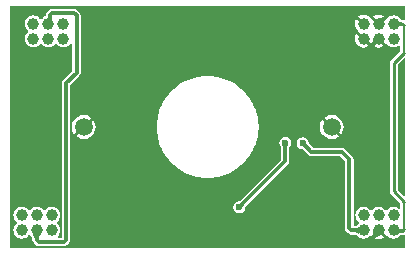
<source format=gbl>
G04*
G04 #@! TF.GenerationSoftware,Altium Limited,Altium Designer,20.1.8 (145)*
G04*
G04 Layer_Physical_Order=2*
G04 Layer_Color=16711680*
%FSTAX43Y43*%
%MOMM*%
G71*
G04*
G04 #@! TF.SameCoordinates,E683AD83-98AB-4380-AA0D-37E4A2E561CE*
G04*
G04*
G04 #@! TF.FilePolarity,Positive*
G04*
G01*
G75*
%ADD11C,0.250*%
%ADD13C,0.200*%
%ADD38C,0.300*%
%ADD39C,1.000*%
%ADD40C,1.500*%
%ADD41C,0.600*%
%ADD42C,0.700*%
G36*
X012219Y0106655D02*
X0122063Y0106587D01*
X0122028Y010661D01*
X0121901Y0106635D01*
X0121858D01*
X0121852Y0106636D01*
X0121834Y0106639D01*
X0121821Y0106642D01*
X0121813Y0106645D01*
X0121811Y0106646D01*
X0121806Y0106657D01*
X0121694Y0106803D01*
X0121548Y0106915D01*
X0121378Y0106986D01*
X0121195Y010701D01*
X0121012Y0106986D01*
X0120842Y0106915D01*
X0120696Y0106803D01*
X0120674Y0106775D01*
X012053D01*
X0120551Y0106753D01*
X0120521Y0106721D01*
X0120495Y0106687D01*
X0120472Y0106652D01*
X0120453Y0106615D01*
X0120438Y0106577D01*
X0120427Y0106538D01*
X012042Y0106498D01*
X0120416Y0106457D01*
X0120417Y0106414D01*
X0120421Y010637D01*
X0119991Y01068D01*
X0120035Y0106796D01*
X0120078Y0106795D01*
X0120119Y0106799D01*
X0120159Y0106806D01*
X0120198Y0106817D01*
X0120236Y0106832D01*
X0120273Y0106851D01*
X0120308Y0106874D01*
X0120342Y01069D01*
X0120362Y0106919D01*
X0120305Y0106963D01*
X0120122Y0107039D01*
X0119925Y0107065D01*
X0119728Y0107039D01*
X0119545Y0106963D01*
X0119489Y010692D01*
X0120015Y0106394D01*
X0119835Y0106214D01*
X0119252Y0106798D01*
X0119227D01*
X0119193Y0106842D01*
X0119035Y0106963D01*
X0118852Y0107039D01*
X0118655Y0107065D01*
X0118458Y0107039D01*
X0118275Y0106963D01*
X0118219Y010692D01*
X0118745Y0106394D01*
X0118565Y0106214D01*
X0118039Y010674D01*
X0117996Y0106684D01*
X011792Y0106501D01*
X0117894Y0106304D01*
X011792Y0106107D01*
X0117996Y0105924D01*
X0118117Y0105766D01*
X0118161Y0105732D01*
Y0105707D01*
X0118745Y0105124D01*
X0119328Y010454D01*
X0119343D01*
X0119299Y0104585D01*
X0119329Y0104617D01*
X0119355Y0104651D01*
X0119378Y0104686D01*
X0119397Y0104723D01*
X0119412Y0104761D01*
X0119423Y01048D01*
X011943Y010484D01*
X0119434Y0104881D01*
X0119433Y0104924D01*
X0119429Y0104968D01*
X0119859Y0104538D01*
X0119815Y0104542D01*
X0119772Y0104543D01*
X0119731Y0104539D01*
X0119691Y0104532D01*
X0119652Y0104521D01*
X0119614Y0104506D01*
X0119577Y0104487D01*
X0119542Y0104464D01*
X0119508Y0104438D01*
X0119488Y0104419D01*
X0119545Y0104375D01*
X0119728Y0104299D01*
X0119925Y0104273D01*
X0120122Y0104299D01*
X0120305Y0104375D01*
X0120361Y0104418D01*
X0119835Y0104944D01*
X0120015Y0105124D01*
X0120576Y0104563D01*
X0120674D01*
X0120696Y0104535D01*
X0120842Y0104423D01*
X0121012Y0104352D01*
X0121195Y0104328D01*
X0121378Y0104352D01*
X0121548Y0104423D01*
X0121616Y0104475D01*
X0121743Y0104412D01*
Y0104017D01*
X0120961Y0103234D01*
X0120889Y0103127D01*
X0120864Y0103D01*
Y0092108D01*
X0120889Y0091981D01*
X0120961Y0091874D01*
X0121764Y009107D01*
Y009068D01*
X0121637Y0090617D01*
X0121548Y0090685D01*
X0121378Y0090756D01*
X0121195Y009078D01*
X0121012Y0090756D01*
X0120842Y0090685D01*
X0120696Y0090573D01*
X0120639Y0090499D01*
X0120481D01*
X0120424Y0090573D01*
X0120278Y0090685D01*
X0120108Y0090756D01*
X0119925Y009078D01*
X0119742Y0090756D01*
X0119572Y0090685D01*
X0119426Y0090573D01*
X0119369Y0090499D01*
X0119211D01*
X0119154Y0090573D01*
X0119008Y0090685D01*
X0118838Y0090756D01*
X0118655Y009078D01*
X0118472Y0090756D01*
X0118302Y0090685D01*
X0118156Y0090573D01*
X0118044Y0090427D01*
X0117973Y0090257D01*
X0117949Y0090074D01*
X0117973Y0089891D01*
X0118044Y0089721D01*
X0118156Y0089575D01*
X011823Y0089518D01*
Y008936D01*
X0118156Y0089303D01*
X0118147Y0089292D01*
X0118122Y0089267D01*
X0118092Y0089242D01*
X0118063Y008922D01*
X0118034Y0089203D01*
X0118007Y0089188D01*
X0117981Y0089177D01*
X0117955Y0089169D01*
X011793Y0089163D01*
X0117806Y0089205D01*
Y0094809D01*
X0117779Y0094946D01*
X0117701Y0095061D01*
X0117056Y0095706D01*
X0116941Y0095784D01*
X0116804Y0095811D01*
X0114372D01*
X0114022Y009616D01*
X0114018Y0096165D01*
X011401Y0096177D01*
X0114009Y0096179D01*
X0114009Y0096179D01*
X011397Y0096374D01*
X0113859Y0096539D01*
X0113694Y009665D01*
X0113499Y0096689D01*
X0113304Y009665D01*
X0113139Y0096539D01*
X0113028Y0096374D01*
X0112989Y0096179D01*
X0113028Y0095984D01*
X0113139Y0095819D01*
X0113304Y0095708D01*
X0113499Y0095669D01*
X0113499Y0095669D01*
X0113501Y0095668D01*
X0113511Y0095661D01*
X0113521Y0095653D01*
X0113972Y0095202D01*
X0114087Y0095124D01*
X0114224Y0095097D01*
X0116656D01*
X0117092Y0094661D01*
Y008898D01*
X0117119Y0088843D01*
X0117197Y0088727D01*
X0117372Y0088552D01*
X0117488Y0088474D01*
X0117625Y0088447D01*
X0117916D01*
X011793Y0088445D01*
X0117955Y0088439D01*
X0117981Y0088431D01*
X0118007Y008842D01*
X0118034Y0088405D01*
X0118063Y0088388D01*
X0118092Y0088366D01*
X0118122Y0088341D01*
X0118147Y0088316D01*
X0118156Y0088305D01*
X0118302Y0088193D01*
X0118472Y0088122D01*
X0118655Y0088098D01*
X0118838Y0088122D01*
X0119008Y0088193D01*
X0119154Y0088305D01*
X0119176Y0088333D01*
X0119336D01*
X0119341Y0088327D01*
X0119365Y008836D01*
X0119386Y0088398D01*
X0119403Y0088439D01*
X0119417Y0088482D01*
X0119426Y0088529D01*
X0119432Y0088579D01*
X0119435Y0088632D01*
X0119433Y0088688D01*
X0119428Y0088747D01*
X0119972Y0088306D01*
X0119909Y0088299D01*
X0119794Y0088278D01*
X0119742Y0088264D01*
X0119694Y0088248D01*
X0119649Y008823D01*
X0119608Y008821D01*
X0119571Y0088187D01*
X0119537Y0088163D01*
X011953Y0088156D01*
X0119545Y0088145D01*
X0119728Y0088069D01*
X0119925Y0088043D01*
X0120122Y0088069D01*
X0120305Y0088145D01*
X0120361Y0088188D01*
X0119835Y0088714D01*
X0120015Y0088894D01*
X0120576Y0088333D01*
X0120674D01*
X0120696Y0088305D01*
X0120842Y0088193D01*
X0121012Y0088122D01*
X0121195Y0088098D01*
X0121378Y0088122D01*
X0121548Y0088193D01*
X0121694Y0088305D01*
X012173Y0088351D01*
X012174Y0088359D01*
X0121756Y0088376D01*
X0121765Y0088385D01*
X0121775Y0088392D01*
X0121787Y0088399D01*
X0121801Y0088406D01*
X0121818Y0088412D01*
X0121839Y0088417D01*
X0121864Y0088421D01*
X0121877Y0088423D01*
X0121924D01*
X012205Y0088448D01*
X0122063Y0088456D01*
X012219Y0088388D01*
Y0087313D01*
X0088708D01*
Y0107795D01*
X012219D01*
Y0106655D01*
D02*
G37*
G36*
X0121647Y0106522D02*
X0121664Y0106503D01*
X0121684Y0106486D01*
X0121707Y0106471D01*
X0121732Y0106458D01*
X012176Y0106447D01*
X0121791Y0106439D01*
X0121825Y0106434D01*
X0121862Y010643D01*
X0121901Y0106429D01*
Y0106179D01*
X0121862Y0106178D01*
X0121825Y0106174D01*
X0121791Y0106169D01*
X012176Y0106161D01*
X0121732Y010615D01*
X0121707Y0106137D01*
X0121684Y0106122D01*
X0121664Y0106105D01*
X0121647Y0106086D01*
X0121633Y0106064D01*
Y0106544D01*
X0121647Y0106522D01*
D02*
G37*
G36*
X01138Y0096159D02*
X0113803Y0096141D01*
X0113809Y0096123D01*
X0113817Y0096103D01*
X0113828Y0096084D01*
X0113841Y0096063D01*
X0113856Y0096042D01*
X0113874Y009602D01*
X0113916Y0095974D01*
X0113704Y0095762D01*
X0113681Y0095784D01*
X0113636Y0095822D01*
X0113615Y0095837D01*
X0113594Y009585D01*
X0113575Y0095861D01*
X0113555Y0095869D01*
X0113537Y0095875D01*
X0113519Y0095878D01*
X0113502Y0095879D01*
X0113799Y0096176D01*
X01138Y0096159D01*
D02*
G37*
G36*
X012219Y010336D02*
Y0091748D01*
X0122073Y0091699D01*
X0121526Y0092245D01*
Y0102863D01*
X0122073Y0103409D01*
X012219Y010336D01*
D02*
G37*
G36*
X0121658Y0089001D02*
X0121677Y0088976D01*
X0121699Y0088953D01*
X0121723Y0088933D01*
X012175Y0088917D01*
X0121779Y0088903D01*
X0121812Y0088893D01*
X0121846Y0088885D01*
X0121884Y0088881D01*
X0121924Y0088879D01*
Y0088629D01*
X0121879Y0088628D01*
X0121837Y0088624D01*
X0121797Y0088617D01*
X012176Y0088607D01*
X0121725Y0088595D01*
X0121692Y008858D01*
X0121662Y0088563D01*
X0121635Y0088542D01*
X012161Y0088519D01*
X0121587Y0088494D01*
X0121641Y008903D01*
X0121658Y0089001D01*
D02*
G37*
G36*
X0118298Y0088454D02*
X0118258Y0088492D01*
X0118218Y0088526D01*
X0118178Y0088556D01*
X0118137Y0088582D01*
X0118095Y0088604D01*
X0118053Y0088622D01*
X011801Y0088636D01*
X0117966Y0088646D01*
X0117923Y0088652D01*
X0117878Y0088654D01*
Y0088954D01*
X0117923Y0088956D01*
X0117966Y0088962D01*
X011801Y0088972D01*
X0118053Y0088986D01*
X0118095Y0089004D01*
X0118137Y0089026D01*
X0118178Y0089052D01*
X0118218Y0089082D01*
X0118258Y0089116D01*
X0118298Y0089154D01*
Y0088454D01*
D02*
G37*
%LPC*%
G36*
X0094173Y010754D02*
X0092268D01*
X0092131Y0107513D01*
X0092016Y0107436D01*
X009184Y010726D01*
X0091763Y0107144D01*
X0091735Y0107008D01*
Y0106965D01*
X0091735Y0106963D01*
X009162Y0106915D01*
X0091474Y0106803D01*
X0091417Y0106729D01*
X0091259D01*
X0091202Y0106803D01*
X0091056Y0106915D01*
X0090886Y0106986D01*
X0090703Y010701D01*
X009052Y0106986D01*
X009035Y0106915D01*
X0090204Y0106803D01*
X0090092Y0106657D01*
X0090021Y0106487D01*
X0089997Y0106304D01*
X0090021Y0106121D01*
X0090092Y0105951D01*
X0090204Y0105805D01*
X0090278Y0105748D01*
Y010559D01*
X0090204Y0105533D01*
X0090092Y0105387D01*
X0090021Y0105217D01*
X0089997Y0105034D01*
X0090021Y0104851D01*
X0090092Y0104681D01*
X0090204Y0104535D01*
X009035Y0104423D01*
X009052Y0104352D01*
X0090703Y0104328D01*
X0090886Y0104352D01*
X0091056Y0104423D01*
X0091202Y0104535D01*
X0091259Y0104609D01*
X0091417D01*
X0091474Y0104535D01*
X009162Y0104423D01*
X009179Y0104352D01*
X0091973Y0104328D01*
X0092156Y0104352D01*
X0092326Y0104423D01*
X0092472Y0104535D01*
X0092529Y0104609D01*
X0092687D01*
X0092744Y0104535D01*
X009289Y0104423D01*
X009306Y0104352D01*
X0093243Y0104328D01*
X0093426Y0104352D01*
X0093596Y0104423D01*
X0093742Y0104535D01*
X0093854Y0104681D01*
X0093865Y0104707D01*
X0093992Y0104682D01*
Y0102302D01*
X0093197Y0101506D01*
X0093119Y0101391D01*
X0093092Y0101254D01*
Y0088176D01*
X0092784D01*
X0092741Y0088303D01*
X0092742Y0088305D01*
X0092854Y0088451D01*
X0092925Y0088621D01*
X0092949Y0088804D01*
X0092925Y0088987D01*
X0092854Y0089157D01*
X0092742Y0089303D01*
X0092668Y008936D01*
Y0089518D01*
X0092742Y0089575D01*
X0092854Y0089721D01*
X0092925Y0089891D01*
X0092949Y0090074D01*
X0092925Y0090257D01*
X0092854Y0090427D01*
X0092742Y0090573D01*
X0092596Y0090685D01*
X0092426Y0090756D01*
X0092243Y009078D01*
X009206Y0090756D01*
X009189Y0090685D01*
X0091744Y0090573D01*
X0091687Y0090499D01*
X0091529D01*
X0091472Y0090573D01*
X0091326Y0090685D01*
X0091156Y0090756D01*
X0090973Y009078D01*
X009079Y0090756D01*
X009062Y0090685D01*
X0090474Y0090573D01*
X0090417Y0090499D01*
X0090259D01*
X0090202Y0090573D01*
X0090056Y0090685D01*
X0089886Y0090756D01*
X0089703Y009078D01*
X008952Y0090756D01*
X008935Y0090685D01*
X0089204Y0090573D01*
X0089092Y0090427D01*
X0089021Y0090257D01*
X0088997Y0090074D01*
X0089021Y0089891D01*
X0089092Y0089721D01*
X0089204Y0089575D01*
X0089278Y0089518D01*
Y008936D01*
X0089204Y0089303D01*
X0089092Y0089157D01*
X0089021Y0088987D01*
X0088997Y0088804D01*
X0089021Y0088621D01*
X0089092Y0088451D01*
X0089204Y0088305D01*
X008935Y0088193D01*
X008952Y0088122D01*
X0089703Y0088098D01*
X0089886Y0088122D01*
X0090056Y0088193D01*
X0090202Y0088305D01*
X0090259Y0088379D01*
X0090417D01*
X0090474Y0088305D01*
X0090485Y0088296D01*
X009051Y0088271D01*
X0090535Y0088241D01*
X0090557Y0088212D01*
X0090574Y0088183D01*
X0090589Y0088156D01*
X00906Y008813D01*
X0090608Y0088104D01*
X0090614Y0088079D01*
X0090616Y0088065D01*
Y0087995D01*
X0090643Y0087859D01*
X0090721Y0087743D01*
X0090896Y0087567D01*
X0091012Y008749D01*
X0091149Y0087463D01*
X0093273D01*
X009341Y008749D01*
X0093526Y0087567D01*
X0093701Y0087743D01*
X0093779Y0087859D01*
X0093806Y0087995D01*
Y0101106D01*
X0094601Y0101902D01*
X0094679Y0102017D01*
X0094706Y0102154D01*
Y0107008D01*
X0094679Y0107144D01*
X0094601Y010726D01*
X0094426Y0107436D01*
X009431Y0107513D01*
X0094173Y010754D01*
D02*
G37*
G36*
X0118039Y010547D02*
X0117996Y0105414D01*
X011792Y0105231D01*
X0117894Y0105034D01*
X011792Y0104837D01*
X0117996Y0104654D01*
X0118117Y0104496D01*
X0118275Y0104375D01*
X0118458Y0104299D01*
X0118655Y0104273D01*
X0118852Y0104299D01*
X0119035Y0104375D01*
X0119091Y0104418D01*
X0118565Y0104944D01*
X0118039Y010547D01*
D02*
G37*
G36*
X0105714Y0101863D02*
X0105184D01*
X0105167Y010186D01*
X010515Y0101861D01*
X0104623Y0101791D01*
X0104607Y0101786D01*
X010459Y0101785D01*
X0104077Y0101647D01*
X0104062Y010164D01*
X0104045Y0101637D01*
X0103555Y0101433D01*
X0103541Y0101424D01*
X0103524Y0101418D01*
X0103065Y0101153D01*
X0103052Y0101142D01*
X0103036Y0101134D01*
X0102615Y0100811D01*
X0102604Y0100798D01*
X010259Y0100789D01*
X0102214Y0100413D01*
X0102205Y0100399D01*
X0102192Y0100388D01*
X0101869Y0099967D01*
X0101861Y0099951D01*
X010185Y0099938D01*
X0101585Y0099479D01*
X0101579Y0099462D01*
X010157Y0099448D01*
X0101366Y0098958D01*
X0101363Y0098941D01*
X0101356Y0098926D01*
X0101218Y0098413D01*
X0101217Y0098396D01*
X0101212Y009838D01*
X0101142Y0097853D01*
X0101143Y0097836D01*
X010114Y0097819D01*
Y0097289D01*
X0101143Y0097272D01*
X0101142Y0097255D01*
X0101212Y0096728D01*
X0101217Y0096712D01*
X0101218Y0096695D01*
X0101356Y0096182D01*
X0101363Y0096167D01*
X0101366Y009615D01*
X010157Y009566D01*
X0101579Y0095646D01*
X0101585Y0095629D01*
X010185Y009517D01*
X0101861Y0095157D01*
X0101869Y0095141D01*
X0102192Y009472D01*
X0102205Y0094709D01*
X0102214Y0094695D01*
X010259Y0094319D01*
X0102604Y009431D01*
X0102615Y0094297D01*
X0103036Y0093974D01*
X0103052Y0093966D01*
X0103065Y0093955D01*
X0103524Y009369D01*
X0103541Y0093684D01*
X0103555Y0093675D01*
X0104045Y0093471D01*
X0104062Y0093468D01*
X0104077Y0093461D01*
X010459Y0093323D01*
X0104607Y0093322D01*
X0104623Y0093317D01*
X010515Y0093247D01*
X0105167Y0093248D01*
X0105184Y0093245D01*
X0105714D01*
X0105731Y0093248D01*
X0105748Y0093247D01*
X0106275Y0093317D01*
X0106291Y0093322D01*
X0106308Y0093323D01*
X0106821Y0093461D01*
X0106836Y0093468D01*
X0106853Y0093471D01*
X0107343Y0093675D01*
X0107357Y0093684D01*
X0107374Y009369D01*
X0107833Y0093955D01*
X0107846Y0093966D01*
X0107862Y0093974D01*
X0108283Y0094297D01*
X0108294Y009431D01*
X0108308Y0094319D01*
X0108684Y0094695D01*
X0108693Y0094709D01*
X0108706Y009472D01*
X0109029Y0095141D01*
X0109037Y0095157D01*
X0109048Y009517D01*
X0109313Y0095629D01*
X0109319Y0095646D01*
X0109328Y009566D01*
X0109532Y009615D01*
X0109535Y0096167D01*
X0109542Y0096182D01*
X010968Y0096695D01*
X0109681Y0096712D01*
X0109686Y0096728D01*
X0109756Y0097255D01*
X0109755Y0097272D01*
X0109758Y0097289D01*
Y0097819D01*
X0109755Y0097836D01*
X0109756Y0097853D01*
X0109686Y009838D01*
X0109681Y0098396D01*
X010968Y0098413D01*
X0109542Y0098926D01*
X0109535Y0098941D01*
X0109532Y0098958D01*
X0109328Y0099448D01*
X0109319Y0099462D01*
X0109313Y0099479D01*
X0109048Y0099938D01*
X0109037Y0099951D01*
X0109029Y0099967D01*
X0108706Y0100388D01*
X0108693Y0100399D01*
X0108684Y0100413D01*
X0108308Y0100789D01*
X0108294Y0100798D01*
X0108283Y0100811D01*
X0107862Y0101134D01*
X0107846Y0101142D01*
X0107833Y0101153D01*
X0107374Y0101418D01*
X0107357Y0101424D01*
X0107343Y0101433D01*
X0106853Y0101637D01*
X0106836Y010164D01*
X0106821Y0101647D01*
X0106308Y0101785D01*
X0106291Y0101786D01*
X0106275Y0101791D01*
X0105748Y0101861D01*
X0105731Y010186D01*
X0105714Y0101863D01*
D02*
G37*
G36*
X0115949Y0098567D02*
X0115687Y0098532D01*
X0115443Y0098431D01*
X0115335Y0098348D01*
X0116039Y0097644D01*
X0116743Y009694D01*
X0116826Y0097048D01*
X0116927Y0097292D01*
X0116962Y0097554D01*
X0116927Y0097816D01*
X0116826Y009806D01*
X0116665Y009827D01*
X0116455Y0098431D01*
X0116211Y0098532D01*
X0115949Y0098567D01*
D02*
G37*
G36*
X0094949D02*
X0094687Y0098532D01*
X0094443Y0098431D01*
X0094233Y009827D01*
X0094072Y009806D01*
X0093971Y0097816D01*
X0093936Y0097554D01*
X0093971Y0097292D01*
X0094072Y0097048D01*
X0094155Y009694D01*
X0094859Y0097644D01*
X0095563Y0098348D01*
X0095455Y0098431D01*
X0095211Y0098532D01*
X0094949Y0098567D01*
D02*
G37*
G36*
X0115155Y0098168D02*
X0115072Y009806D01*
X0114971Y0097816D01*
X0114936Y0097554D01*
X0114971Y0097292D01*
X0115072Y0097048D01*
X0115233Y0096838D01*
X0115443Y0096677D01*
X0115687Y0096576D01*
X0115949Y0096541D01*
X0116211Y0096576D01*
X0116455Y0096677D01*
X0116563Y009676D01*
X0115859Y0097464D01*
X0115155Y0098168D01*
D02*
G37*
G36*
X0095743Y0098168D02*
X0095039Y0097464D01*
X0094335Y009676D01*
X0094443Y0096677D01*
X0094687Y0096576D01*
X0094949Y0096541D01*
X0095211Y0096576D01*
X0095455Y0096677D01*
X0095665Y0096838D01*
X0095826Y0097048D01*
X0095927Y0097292D01*
X0095962Y0097554D01*
X0095927Y0097816D01*
X0095826Y009806D01*
X0095743Y0098168D01*
D02*
G37*
G36*
X0112024Y0096714D02*
X0111829Y0096675D01*
X0111664Y0096564D01*
X0111553Y0096399D01*
X0111514Y0096204D01*
X0111553Y0096009D01*
X0111664Y0095844D01*
X0111664Y0095843D01*
X0111664Y0095841D01*
X0111666Y009583D01*
X0111667Y0095816D01*
Y0094783D01*
X0108152Y0091268D01*
X0108146Y0091264D01*
X0108135Y0091255D01*
X0108133Y0091254D01*
X0108133Y0091254D01*
X0107938Y0091215D01*
X0107772Y0091105D01*
X0107662Y009094D01*
X0107623Y0090744D01*
X0107662Y0090549D01*
X0107772Y0090384D01*
X0107938Y0090274D01*
X0108133Y0090235D01*
X0108328Y0090274D01*
X0108493Y0090384D01*
X0108604Y0090549D01*
X0108643Y0090744D01*
X0108643Y0090745D01*
X0108644Y0090747D01*
X0108651Y0090756D01*
X0108659Y0090766D01*
X0112276Y0094383D01*
X0112354Y0094499D01*
X0112381Y0094636D01*
Y0095821D01*
X0112382Y0095827D01*
X0112384Y0095841D01*
X0112384Y0095843D01*
X0112384Y0095844D01*
X0112495Y0096009D01*
X0112534Y0096204D01*
X0112495Y0096399D01*
X0112384Y0096564D01*
X0112219Y0096675D01*
X0112024Y0096714D01*
D02*
G37*
%LPD*%
G36*
X0092243Y0106956D02*
X0092249Y0106864D01*
X0092255Y0106824D01*
X0092262Y0106787D01*
X0092271Y0106755D01*
X0092282Y0106726D01*
X0092294Y01067D01*
X0092308Y0106679D01*
X0092323Y0106661D01*
X0091828Y0106783D01*
X009185Y0106791D01*
X0091869Y0106803D01*
X0091886Y0106817D01*
X0091901Y0106835D01*
X0091914Y0106856D01*
X0091924Y010688D01*
X0091932Y0106907D01*
X0091938Y0106938D01*
X0091941Y0106971D01*
X0091942Y0107008D01*
X0092242D01*
X0092243Y0106956D01*
D02*
G37*
G36*
X0091285Y0088407D02*
X0091251Y0088367D01*
X0091221Y0088327D01*
X0091195Y0088286D01*
X0091173Y0088244D01*
X0091155Y0088202D01*
X0091141Y0088159D01*
X0091131Y0088115D01*
X0091125Y0088072D01*
X0091123Y0088027D01*
X0090823D01*
X0090821Y0088072D01*
X0090815Y0088115D01*
X0090805Y0088159D01*
X0090791Y0088202D01*
X0090773Y0088244D01*
X0090751Y0088286D01*
X0090725Y0088327D01*
X0090695Y0088367D01*
X0090661Y0088407D01*
X0090623Y0088447D01*
X0091323D01*
X0091285Y0088407D01*
D02*
G37*
G36*
X0112223Y0095977D02*
X0112212Y0095962D01*
X0112203Y0095945D01*
X0112196Y0095925D01*
X0112189Y0095904D01*
X0112184Y009588D01*
X0112179Y0095855D01*
X0112176Y0095827D01*
X0112174Y0095764D01*
X0111874D01*
X0111873Y0095796D01*
X0111869Y0095855D01*
X0111864Y009588D01*
X0111859Y0095904D01*
X0111852Y0095925D01*
X0111845Y0095945D01*
X0111836Y0095962D01*
X0111825Y0095977D01*
X0111814Y009599D01*
X0112234D01*
X0112223Y0095977D01*
D02*
G37*
G36*
X010855Y0090949D02*
X0108528Y0090926D01*
X010849Y0090882D01*
X0108475Y0090861D01*
X0108462Y009084D01*
X0108451Y009082D01*
X0108443Y0090801D01*
X0108437Y0090782D01*
X0108434Y0090765D01*
X0108433Y0090747D01*
X0108136Y0091044D01*
X0108153Y0091046D01*
X0108171Y0091049D01*
X0108189Y0091055D01*
X0108209Y0091063D01*
X0108228Y0091073D01*
X0108249Y0091086D01*
X010827Y0091102D01*
X0108292Y0091119D01*
X0108338Y0091162D01*
X010855Y0090949D01*
D02*
G37*
D11*
X0119387Y0104496D02*
X0119925Y0105034D01*
Y0106304D02*
X0120463Y0106842D01*
X0121245Y0088754D02*
X0121924D01*
X012207Y00889D01*
X0121195Y0106304D02*
X0121901D01*
X0122049Y0106156D01*
X0121195Y0103D02*
X0122049Y0103854D01*
X0121195Y0092108D02*
Y0103D01*
Y0092108D02*
X012207Y0091233D01*
X0121195Y0088804D02*
X0121245Y0088754D01*
X0119249Y0088054D02*
X0119925Y008873D01*
Y0088804D01*
D13*
X012207Y00889D02*
Y0091233D01*
X0122049Y0103854D02*
Y0106156D01*
D38*
X0093449Y0087995D02*
Y0101254D01*
X0091149Y008782D02*
X0093273D01*
X0090973Y0087995D02*
Y0088804D01*
Y0087995D02*
X0091149Y008782D01*
X0093273D02*
X0093449Y0087995D01*
X0094173Y0107183D02*
X0094349Y0107008D01*
X0092268Y0107183D02*
X0094173D01*
X0094349Y0102154D02*
Y0107008D01*
X0092092Y0106423D02*
Y0107008D01*
X0092268Y0107183D01*
X0091973Y0106304D02*
X0092092Y0106423D01*
X0108133Y0090744D02*
X0112024Y0094636D01*
X0093449Y0101254D02*
X0094349Y0102154D01*
X0117625Y0088804D02*
X0118655D01*
X0117449Y008898D02*
X0117625Y0088804D01*
X0112024Y0094636D02*
Y0096204D01*
X0113499Y0096179D02*
X0114224Y0095454D01*
X0116804D01*
X0117449Y008898D02*
Y0094809D01*
X0116804Y0095454D02*
X0117449Y0094809D01*
D39*
X0089703Y0088804D02*
D03*
Y0090074D02*
D03*
X0090973Y0088804D02*
D03*
Y0090074D02*
D03*
X0092243Y0088804D02*
D03*
Y0090074D02*
D03*
X0093243Y0106304D02*
D03*
Y0105034D02*
D03*
X0091973Y0106304D02*
D03*
Y0105034D02*
D03*
X0090703Y0106304D02*
D03*
Y0105034D02*
D03*
X0118655Y0088804D02*
D03*
Y0090074D02*
D03*
X0119925Y0088804D02*
D03*
Y0090074D02*
D03*
X0121195Y0088804D02*
D03*
Y0090074D02*
D03*
Y0106304D02*
D03*
Y0105034D02*
D03*
X0119925Y0106304D02*
D03*
Y0105034D02*
D03*
X0118655Y0106304D02*
D03*
Y0105034D02*
D03*
D40*
X0115949Y0097554D02*
D03*
X0094949D02*
D03*
D41*
X0089799Y0103454D02*
D03*
X0089574Y0098254D02*
D03*
X0091624Y0091629D02*
D03*
Y0096754D02*
D03*
X0090299Y0091554D02*
D03*
X0091349Y0103504D02*
D03*
X0108133Y0090744D02*
D03*
X0105474Y0091004D02*
D03*
X0112024Y0096204D02*
D03*
X0113499Y0096179D02*
D03*
D42*
X0095874Y0100404D02*
D03*
X0097024Y0103004D02*
D03*
X0098649Y0104829D02*
D03*
X0100624Y0106304D02*
D03*
X0103199Y0107279D02*
D03*
X0107574Y0107329D02*
D03*
X0110299Y0106229D02*
D03*
X0112549Y0104529D02*
D03*
X0114224Y0102354D02*
D03*
X0115099Y0100304D02*
D03*
X0095849Y0094729D02*
D03*
X0096874Y0092329D02*
D03*
X0098424Y0090404D02*
D03*
X0100174Y0088979D02*
D03*
X0102424Y0088004D02*
D03*
X0108099Y0087904D02*
D03*
X0110424Y0088854D02*
D03*
X0112474Y0090329D02*
D03*
X0114149Y0092579D02*
D03*
M02*

</source>
